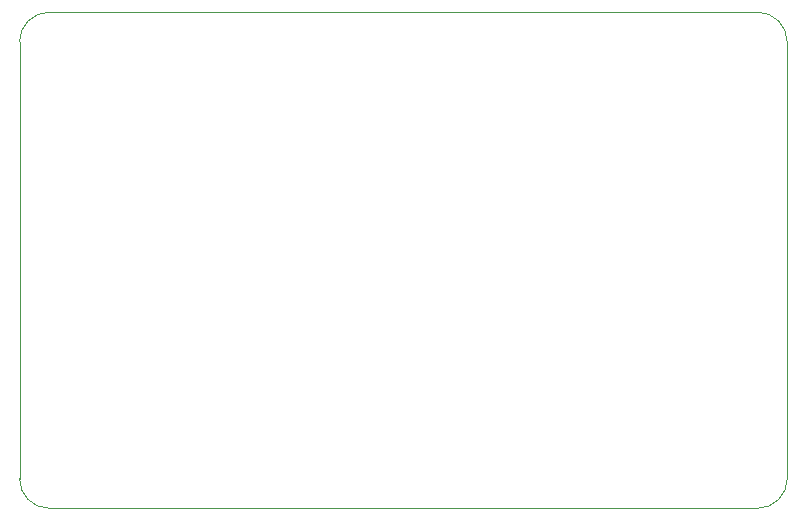
<source format=gbr>
%TF.GenerationSoftware,KiCad,Pcbnew,7.0.6*%
%TF.CreationDate,2024-03-18T22:21:07-04:00*%
%TF.ProjectId,Receiver,52656365-6976-4657-922e-6b696361645f,rev?*%
%TF.SameCoordinates,Original*%
%TF.FileFunction,Profile,NP*%
%FSLAX46Y46*%
G04 Gerber Fmt 4.6, Leading zero omitted, Abs format (unit mm)*
G04 Created by KiCad (PCBNEW 7.0.6) date 2024-03-18 22:21:07*
%MOMM*%
%LPD*%
G01*
G04 APERTURE LIST*
%TA.AperFunction,Profile*%
%ADD10C,0.050000*%
%TD*%
G04 APERTURE END LIST*
D10*
X117500000Y-118500000D02*
G75*
G03*
X120000000Y-121000000I2500000J0D01*
G01*
X180000000Y-121000000D02*
G75*
G03*
X182500000Y-118500000I0J2500000D01*
G01*
X120000000Y-79000000D02*
G75*
G03*
X117500000Y-81500000I0J-2500000D01*
G01*
X182500000Y-81500000D02*
G75*
G03*
X180000000Y-79000000I-2500000J0D01*
G01*
X180000000Y-121000000D02*
X120000000Y-121000000D01*
X117500000Y-118500000D02*
X117500000Y-81500000D01*
X182500000Y-81500000D02*
X182500000Y-118500000D01*
X120000000Y-79000000D02*
X180000000Y-79000000D01*
M02*

</source>
